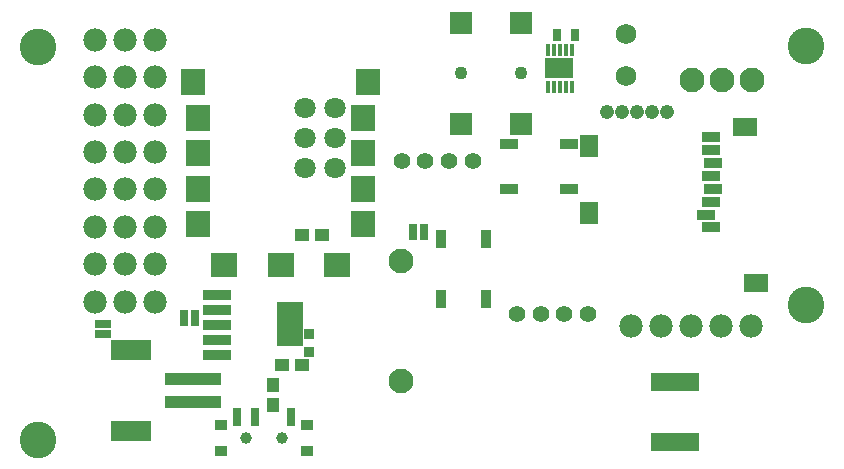
<source format=gbs>
G75*
G70*
%OFA0B0*%
%FSLAX24Y24*%
%IPPOS*%
%LPD*%
%AMOC8*
5,1,8,0,0,1.08239X$1,22.5*
%
%ADD10R,0.0640X0.0340*%
%ADD11R,0.0340X0.0640*%
%ADD12R,0.1640X0.0640*%
%ADD13R,0.0591X0.0749*%
%ADD14R,0.0788X0.0591*%
%ADD15R,0.0631X0.0355*%
%ADD16R,0.0355X0.0355*%
%ADD17R,0.0473X0.0434*%
%ADD18R,0.0290X0.0540*%
%ADD19C,0.0780*%
%ADD20R,0.0540X0.0290*%
%ADD21R,0.0867X0.0827*%
%ADD22R,0.0827X0.0867*%
%ADD23C,0.0709*%
%ADD24C,0.0555*%
%ADD25C,0.1221*%
%ADD26C,0.0690*%
%ADD27C,0.0827*%
%ADD28C,0.0476*%
%ADD29R,0.0920X0.0340*%
%ADD30R,0.0906X0.1457*%
%ADD31R,0.0760X0.0764*%
%ADD32C,0.0430*%
%ADD33R,0.0977X0.0690*%
%ADD34C,0.0035*%
%ADD35R,0.0276X0.0394*%
%ADD36R,0.1851X0.0434*%
%ADD37R,0.1379X0.0670*%
%ADD38R,0.0316X0.0631*%
%ADD39R,0.0434X0.0355*%
%ADD40C,0.0394*%
%ADD41R,0.0434X0.0473*%
D10*
X017112Y009928D03*
X017112Y011428D03*
X019112Y011428D03*
X019112Y009928D03*
D11*
X016350Y008272D03*
X014850Y008272D03*
X014850Y006272D03*
X016350Y006272D03*
D12*
X022650Y003501D03*
X022650Y001501D03*
D13*
X019797Y009127D03*
X019797Y011371D03*
D14*
X024974Y012001D03*
X025368Y006824D03*
D15*
X023852Y008658D03*
X023695Y009091D03*
X023852Y009524D03*
X023931Y009957D03*
X023852Y010391D03*
X023931Y010824D03*
X023852Y011257D03*
X023852Y011690D03*
D16*
X010450Y005115D03*
X010450Y004524D03*
D17*
X010234Y004091D03*
X009565Y004091D03*
X010214Y008402D03*
X010883Y008402D03*
D18*
X013935Y008520D03*
X014289Y008520D03*
X006651Y005646D03*
X006297Y005646D03*
D19*
X005318Y006180D03*
X004318Y006180D03*
X003318Y006180D03*
X003318Y007429D03*
X004318Y007429D03*
X005318Y007429D03*
X005318Y008677D03*
X004318Y008677D03*
X003318Y008677D03*
X003318Y009926D03*
X004318Y009926D03*
X005318Y009926D03*
X005318Y011174D03*
X004318Y011174D03*
X003318Y011174D03*
X003318Y012423D03*
X004318Y012423D03*
X005318Y012423D03*
X005318Y013671D03*
X004318Y013671D03*
X003318Y013671D03*
X003318Y014920D03*
X004318Y014920D03*
X005318Y014920D03*
X021171Y005390D03*
X022171Y005390D03*
X023171Y005390D03*
X024171Y005390D03*
X025171Y005390D03*
D20*
X003600Y005449D03*
X003600Y005095D03*
D21*
X007635Y007398D03*
X009506Y007398D03*
X011376Y007398D03*
D22*
X012261Y008776D03*
X012261Y009957D03*
X012261Y011138D03*
X012261Y012319D03*
X012431Y013510D03*
X006750Y012319D03*
X006750Y011138D03*
X006750Y009957D03*
X006750Y008776D03*
X006571Y013500D03*
D23*
X010324Y012630D03*
X011324Y012630D03*
X011324Y011630D03*
X010324Y011630D03*
X010324Y010630D03*
X011324Y010630D03*
D24*
X013545Y010863D03*
X014332Y010863D03*
X015120Y010863D03*
X015907Y010863D03*
X017383Y005764D03*
X018171Y005764D03*
X018958Y005764D03*
X019746Y005764D03*
D25*
X001435Y001591D03*
X001435Y014682D03*
X027025Y014701D03*
X027025Y006079D03*
D26*
X021021Y013709D03*
X021021Y015103D03*
D27*
X023230Y013579D03*
X024230Y013579D03*
X025230Y013579D03*
X013521Y007544D03*
X013521Y003544D03*
D28*
X020381Y012516D03*
X020881Y012516D03*
X021381Y012516D03*
X021881Y012516D03*
X022381Y012516D03*
D29*
X007380Y006410D03*
X007380Y005910D03*
X007380Y005410D03*
X007380Y004910D03*
X007380Y004410D03*
D30*
X009820Y005449D03*
D31*
X015509Y012103D03*
X017517Y012103D03*
X017517Y015489D03*
X015509Y015489D03*
D32*
X015509Y013796D03*
X017517Y013796D03*
D33*
X018797Y013973D03*
D34*
X018849Y014403D02*
X018745Y014403D01*
X018745Y014763D01*
X018849Y014763D01*
X018849Y014403D01*
X018849Y014437D02*
X018745Y014437D01*
X018745Y014471D02*
X018849Y014471D01*
X018849Y014505D02*
X018745Y014505D01*
X018745Y014539D02*
X018849Y014539D01*
X018849Y014573D02*
X018745Y014573D01*
X018745Y014607D02*
X018849Y014607D01*
X018849Y014641D02*
X018745Y014641D01*
X018745Y014675D02*
X018849Y014675D01*
X018849Y014709D02*
X018745Y014709D01*
X018745Y014743D02*
X018849Y014743D01*
X018942Y014403D02*
X019046Y014403D01*
X018942Y014403D02*
X018942Y014763D01*
X019046Y014763D01*
X019046Y014403D01*
X019046Y014437D02*
X018942Y014437D01*
X018942Y014471D02*
X019046Y014471D01*
X019046Y014505D02*
X018942Y014505D01*
X018942Y014539D02*
X019046Y014539D01*
X019046Y014573D02*
X018942Y014573D01*
X018942Y014607D02*
X019046Y014607D01*
X019046Y014641D02*
X018942Y014641D01*
X018942Y014675D02*
X019046Y014675D01*
X019046Y014709D02*
X018942Y014709D01*
X018942Y014743D02*
X019046Y014743D01*
X019139Y014403D02*
X019243Y014403D01*
X019139Y014403D02*
X019139Y014763D01*
X019243Y014763D01*
X019243Y014403D01*
X019243Y014437D02*
X019139Y014437D01*
X019139Y014471D02*
X019243Y014471D01*
X019243Y014505D02*
X019139Y014505D01*
X019139Y014539D02*
X019243Y014539D01*
X019243Y014573D02*
X019139Y014573D01*
X019139Y014607D02*
X019243Y014607D01*
X019243Y014641D02*
X019139Y014641D01*
X019139Y014675D02*
X019243Y014675D01*
X019243Y014709D02*
X019139Y014709D01*
X019139Y014743D02*
X019243Y014743D01*
X018652Y014403D02*
X018548Y014403D01*
X018548Y014763D01*
X018652Y014763D01*
X018652Y014403D01*
X018652Y014437D02*
X018548Y014437D01*
X018548Y014471D02*
X018652Y014471D01*
X018652Y014505D02*
X018548Y014505D01*
X018548Y014539D02*
X018652Y014539D01*
X018652Y014573D02*
X018548Y014573D01*
X018548Y014607D02*
X018652Y014607D01*
X018652Y014641D02*
X018548Y014641D01*
X018548Y014675D02*
X018652Y014675D01*
X018652Y014709D02*
X018548Y014709D01*
X018548Y014743D02*
X018652Y014743D01*
X018455Y014403D02*
X018351Y014403D01*
X018351Y014763D01*
X018455Y014763D01*
X018455Y014403D01*
X018455Y014437D02*
X018351Y014437D01*
X018351Y014471D02*
X018455Y014471D01*
X018455Y014505D02*
X018351Y014505D01*
X018351Y014539D02*
X018455Y014539D01*
X018455Y014573D02*
X018351Y014573D01*
X018351Y014607D02*
X018455Y014607D01*
X018455Y014641D02*
X018351Y014641D01*
X018351Y014675D02*
X018455Y014675D01*
X018455Y014709D02*
X018351Y014709D01*
X018351Y014743D02*
X018455Y014743D01*
X018455Y013183D02*
X018351Y013183D01*
X018351Y013543D01*
X018455Y013543D01*
X018455Y013183D01*
X018455Y013217D02*
X018351Y013217D01*
X018351Y013251D02*
X018455Y013251D01*
X018455Y013285D02*
X018351Y013285D01*
X018351Y013319D02*
X018455Y013319D01*
X018455Y013353D02*
X018351Y013353D01*
X018351Y013387D02*
X018455Y013387D01*
X018455Y013421D02*
X018351Y013421D01*
X018351Y013455D02*
X018455Y013455D01*
X018455Y013489D02*
X018351Y013489D01*
X018351Y013523D02*
X018455Y013523D01*
X018548Y013183D02*
X018652Y013183D01*
X018548Y013183D02*
X018548Y013543D01*
X018652Y013543D01*
X018652Y013183D01*
X018652Y013217D02*
X018548Y013217D01*
X018548Y013251D02*
X018652Y013251D01*
X018652Y013285D02*
X018548Y013285D01*
X018548Y013319D02*
X018652Y013319D01*
X018652Y013353D02*
X018548Y013353D01*
X018548Y013387D02*
X018652Y013387D01*
X018652Y013421D02*
X018548Y013421D01*
X018548Y013455D02*
X018652Y013455D01*
X018652Y013489D02*
X018548Y013489D01*
X018548Y013523D02*
X018652Y013523D01*
X018745Y013183D02*
X018849Y013183D01*
X018745Y013183D02*
X018745Y013543D01*
X018849Y013543D01*
X018849Y013183D01*
X018849Y013217D02*
X018745Y013217D01*
X018745Y013251D02*
X018849Y013251D01*
X018849Y013285D02*
X018745Y013285D01*
X018745Y013319D02*
X018849Y013319D01*
X018849Y013353D02*
X018745Y013353D01*
X018745Y013387D02*
X018849Y013387D01*
X018849Y013421D02*
X018745Y013421D01*
X018745Y013455D02*
X018849Y013455D01*
X018849Y013489D02*
X018745Y013489D01*
X018745Y013523D02*
X018849Y013523D01*
X018942Y013183D02*
X019046Y013183D01*
X018942Y013183D02*
X018942Y013543D01*
X019046Y013543D01*
X019046Y013183D01*
X019046Y013217D02*
X018942Y013217D01*
X018942Y013251D02*
X019046Y013251D01*
X019046Y013285D02*
X018942Y013285D01*
X018942Y013319D02*
X019046Y013319D01*
X019046Y013353D02*
X018942Y013353D01*
X018942Y013387D02*
X019046Y013387D01*
X019046Y013421D02*
X018942Y013421D01*
X018942Y013455D02*
X019046Y013455D01*
X019046Y013489D02*
X018942Y013489D01*
X018942Y013523D02*
X019046Y013523D01*
X019139Y013183D02*
X019243Y013183D01*
X019139Y013183D02*
X019139Y013543D01*
X019243Y013543D01*
X019243Y013183D01*
X019243Y013217D02*
X019139Y013217D01*
X019139Y013251D02*
X019243Y013251D01*
X019243Y013285D02*
X019139Y013285D01*
X019139Y013319D02*
X019243Y013319D01*
X019243Y013353D02*
X019139Y013353D01*
X019139Y013387D02*
X019243Y013387D01*
X019243Y013421D02*
X019139Y013421D01*
X019139Y013455D02*
X019243Y013455D01*
X019243Y013489D02*
X019139Y013489D01*
X019139Y013523D02*
X019243Y013523D01*
D35*
X019309Y015075D03*
X018718Y015075D03*
D36*
X006572Y003619D03*
X006572Y002831D03*
D37*
X004525Y001886D03*
X004525Y004563D03*
D38*
X008069Y002339D03*
X008659Y002339D03*
X009840Y002339D03*
D39*
X010391Y002083D03*
X010391Y001217D03*
X007517Y001217D03*
X007517Y002083D03*
D40*
X008364Y001650D03*
X009545Y001650D03*
D41*
X009269Y002752D03*
X009269Y003422D03*
M02*

</source>
